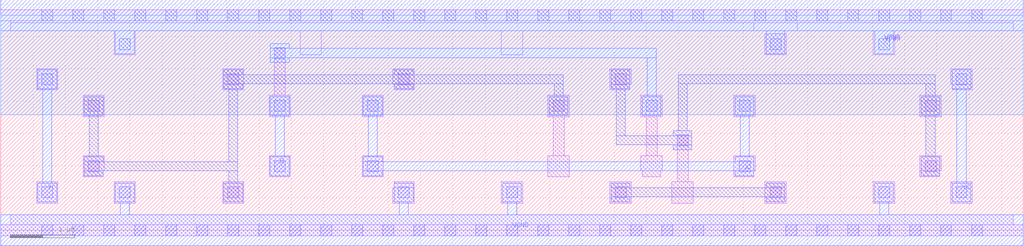
<source format=lef>
VERSION 5.7 ;
  NOWIREEXTENSIONATPIN ON ;
  DIVIDERCHAR "/" ;
  BUSBITCHARS "[]" ;
MACRO HAX1
  CLASS CORE ;
  FOREIGN HAX1 ;
  ORIGIN 0.000 0.000 ;
  SIZE 15.840 BY 3.330 ;
  SYMMETRY X Y ;
  SITE unit ;
  PIN A
    ANTENNAGATEAREA 0.378000 ;
    PORT
      LAYER met1 ;
        RECT 5.615 1.780 5.905 2.070 ;
        RECT 11.375 1.780 11.665 2.070 ;
        RECT 5.690 1.135 5.830 1.780 ;
        RECT 11.450 1.135 11.590 1.780 ;
        RECT 5.615 1.060 5.905 1.135 ;
        RECT 11.375 1.060 11.665 1.135 ;
        RECT 5.615 0.920 11.665 1.060 ;
        RECT 5.615 0.845 5.905 0.920 ;
        RECT 11.375 0.845 11.665 0.920 ;
    END
  END A
  PIN B
    ANTENNAGATEAREA 0.378000 ;
    PORT
      LAYER met1 ;
        RECT 4.175 2.815 4.465 2.890 ;
        RECT 4.175 2.675 10.150 2.815 ;
        RECT 4.175 2.600 4.465 2.675 ;
        RECT 10.010 2.070 10.150 2.675 ;
        RECT 4.175 1.780 4.465 2.070 ;
        RECT 9.935 1.780 10.225 2.070 ;
        RECT 4.250 1.135 4.390 1.780 ;
        RECT 4.175 0.845 4.465 1.135 ;
    END
  END B
  PIN VGND
    ANTENNADIFFAREA 1.408400 ;
    PORT
      LAYER met1 ;
        RECT 1.775 0.440 2.065 0.730 ;
        RECT 6.095 0.440 6.385 0.730 ;
        RECT 7.775 0.440 8.065 0.730 ;
        RECT 13.535 0.440 13.825 0.730 ;
        RECT 1.850 0.240 1.990 0.440 ;
        RECT 6.170 0.240 6.310 0.440 ;
        RECT 7.850 0.240 7.990 0.440 ;
        RECT 13.610 0.240 13.750 0.440 ;
        RECT 0.000 -0.240 15.840 0.240 ;
    END
    PORT
      LAYER met1 ;
        RECT 0.000 3.090 15.840 3.570 ;
        RECT 1.775 2.735 2.065 3.090 ;
        RECT 11.855 2.735 12.145 3.090 ;
        RECT 13.535 2.735 13.825 3.090 ;
    END
  END VGND
  PIN VPWR
    ANTENNADIFFAREA 3.074400 ;
    PORT
      LAYER li1 ;
        RECT 0.000 3.245 15.840 3.415 ;
        RECT 0.155 3.215 15.685 3.245 ;
        RECT 0.155 3.090 11.665 3.215 ;
        RECT 12.335 3.090 15.685 3.215 ;
        RECT 1.755 2.715 2.085 3.090 ;
        RECT 4.635 2.715 4.965 3.090 ;
        RECT 7.755 2.715 8.085 3.090 ;
        RECT 13.515 2.715 13.845 3.090 ;
      LAYER mcon ;
        RECT 0.635 3.245 0.805 3.415 ;
        RECT 1.115 3.245 1.285 3.415 ;
        RECT 1.595 3.245 1.765 3.415 ;
        RECT 2.075 3.245 2.245 3.415 ;
        RECT 2.555 3.245 2.725 3.415 ;
        RECT 3.035 3.245 3.205 3.415 ;
        RECT 3.515 3.245 3.685 3.415 ;
        RECT 3.995 3.245 4.165 3.415 ;
        RECT 4.475 3.245 4.645 3.415 ;
        RECT 4.955 3.245 5.125 3.415 ;
        RECT 5.435 3.245 5.605 3.415 ;
        RECT 5.915 3.245 6.085 3.415 ;
        RECT 6.395 3.245 6.565 3.415 ;
        RECT 6.875 3.245 7.045 3.415 ;
        RECT 7.355 3.245 7.525 3.415 ;
        RECT 7.835 3.245 8.005 3.415 ;
        RECT 8.315 3.245 8.485 3.415 ;
        RECT 8.795 3.245 8.965 3.415 ;
        RECT 9.275 3.245 9.445 3.415 ;
        RECT 9.755 3.245 9.925 3.415 ;
        RECT 10.235 3.245 10.405 3.415 ;
        RECT 10.715 3.245 10.885 3.415 ;
        RECT 11.195 3.245 11.365 3.415 ;
        RECT 11.675 3.245 11.845 3.415 ;
        RECT 12.155 3.245 12.325 3.415 ;
        RECT 12.635 3.245 12.805 3.415 ;
        RECT 13.115 3.245 13.285 3.415 ;
        RECT 13.595 3.245 13.765 3.415 ;
        RECT 14.075 3.245 14.245 3.415 ;
        RECT 14.555 3.245 14.725 3.415 ;
        RECT 15.035 3.245 15.205 3.415 ;
        RECT 1.835 2.795 2.005 2.965 ;
        RECT 13.595 2.795 13.765 2.965 ;
    END
  END VPWR
  PIN YC
    ANTENNADIFFAREA 1.031650 ;
    PORT
      LAYER met1 ;
        RECT 0.575 2.195 0.865 2.485 ;
        RECT 0.650 0.730 0.790 2.195 ;
        RECT 0.575 0.440 0.865 0.730 ;
    END
  END YC
  PIN YS
    ANTENNADIFFAREA 1.031650 ;
    PORT
      LAYER met1 ;
        RECT 14.735 2.195 15.025 2.485 ;
        RECT 14.810 0.730 14.950 2.195 ;
        RECT 14.735 0.440 15.025 0.730 ;
    END
  END YS
  OBS
      LAYER nwell ;
        RECT 0.000 1.790 15.840 3.330 ;
      LAYER li1 ;
        RECT 0.555 2.175 0.885 2.505 ;
        RECT 3.435 2.175 3.765 2.505 ;
        RECT 4.235 2.090 4.405 2.830 ;
        RECT 11.835 2.715 12.165 3.045 ;
        RECT 6.075 2.260 6.405 2.505 ;
        RECT 6.095 2.175 6.405 2.260 ;
        RECT 9.435 2.260 9.765 2.505 ;
        RECT 14.715 2.260 15.045 2.505 ;
        RECT 9.435 2.175 9.745 2.260 ;
        RECT 14.735 2.175 15.045 2.260 ;
        RECT 1.275 1.760 1.605 2.090 ;
        RECT 4.155 1.760 4.485 2.090 ;
        RECT 5.595 1.760 5.925 2.090 ;
        RECT 8.475 1.760 8.805 2.090 ;
        RECT 9.915 1.760 10.245 2.090 ;
        RECT 11.355 1.760 11.685 2.090 ;
        RECT 14.235 1.760 14.565 2.090 ;
        RECT 8.555 1.155 8.725 1.760 ;
        RECT 9.995 1.155 10.165 1.760 ;
        RECT 1.275 0.920 1.605 1.155 ;
        RECT 1.275 0.825 1.585 0.920 ;
        RECT 4.155 0.825 4.485 1.155 ;
        RECT 5.595 0.825 5.925 1.155 ;
        RECT 8.475 0.825 8.805 1.155 ;
        RECT 9.915 0.920 10.245 1.155 ;
        RECT 9.935 0.825 10.225 0.920 ;
        RECT 10.475 0.750 10.645 1.480 ;
        RECT 11.355 0.920 11.685 1.155 ;
        RECT 14.235 0.920 14.565 1.155 ;
        RECT 11.355 0.825 11.665 0.920 ;
        RECT 14.235 0.825 14.545 0.920 ;
        RECT 0.555 0.420 0.885 0.750 ;
        RECT 1.755 0.420 2.085 0.750 ;
        RECT 3.435 0.420 3.765 0.750 ;
        RECT 6.095 0.655 6.405 0.750 ;
        RECT 6.075 0.420 6.405 0.655 ;
        RECT 7.755 0.420 8.085 0.750 ;
        RECT 9.435 0.420 9.765 0.750 ;
        RECT 10.395 0.420 10.725 0.750 ;
        RECT 11.835 0.420 12.165 0.750 ;
        RECT 13.515 0.420 13.845 0.750 ;
        RECT 14.715 0.420 15.045 0.750 ;
        RECT 0.155 0.085 15.685 0.240 ;
        RECT 0.000 -0.085 15.840 0.085 ;
      LAYER mcon ;
        RECT 4.235 2.660 4.405 2.830 ;
        RECT 11.915 2.795 12.085 2.965 ;
        RECT 0.635 2.255 0.805 2.425 ;
        RECT 3.515 2.255 3.685 2.425 ;
        RECT 6.155 2.255 6.325 2.425 ;
        RECT 9.515 2.255 9.685 2.425 ;
        RECT 14.795 2.255 14.965 2.425 ;
        RECT 1.355 1.840 1.525 2.010 ;
        RECT 4.235 1.840 4.405 2.010 ;
        RECT 5.675 1.840 5.845 2.010 ;
        RECT 8.555 1.840 8.725 2.010 ;
        RECT 9.995 1.840 10.165 2.010 ;
        RECT 11.435 1.840 11.605 2.010 ;
        RECT 14.315 1.840 14.485 2.010 ;
        RECT 10.475 1.310 10.645 1.480 ;
        RECT 1.355 0.905 1.525 1.075 ;
        RECT 4.235 0.905 4.405 1.075 ;
        RECT 5.675 0.905 5.845 1.075 ;
        RECT 11.435 0.905 11.605 1.075 ;
        RECT 14.315 0.905 14.485 1.075 ;
        RECT 0.635 0.500 0.805 0.670 ;
        RECT 1.835 0.500 2.005 0.670 ;
        RECT 3.515 0.500 3.685 0.670 ;
        RECT 6.155 0.500 6.325 0.670 ;
        RECT 7.835 0.500 8.005 0.670 ;
        RECT 9.515 0.500 9.685 0.670 ;
        RECT 11.915 0.500 12.085 0.670 ;
        RECT 13.595 0.500 13.765 0.670 ;
        RECT 14.795 0.500 14.965 0.670 ;
        RECT 0.635 -0.085 0.805 0.085 ;
        RECT 1.115 -0.085 1.285 0.085 ;
        RECT 1.595 -0.085 1.765 0.085 ;
        RECT 2.075 -0.085 2.245 0.085 ;
        RECT 2.555 -0.085 2.725 0.085 ;
        RECT 3.035 -0.085 3.205 0.085 ;
        RECT 3.515 -0.085 3.685 0.085 ;
        RECT 3.995 -0.085 4.165 0.085 ;
        RECT 4.475 -0.085 4.645 0.085 ;
        RECT 4.955 -0.085 5.125 0.085 ;
        RECT 5.435 -0.085 5.605 0.085 ;
        RECT 5.915 -0.085 6.085 0.085 ;
        RECT 6.395 -0.085 6.565 0.085 ;
        RECT 6.875 -0.085 7.045 0.085 ;
        RECT 7.355 -0.085 7.525 0.085 ;
        RECT 7.835 -0.085 8.005 0.085 ;
        RECT 8.315 -0.085 8.485 0.085 ;
        RECT 8.795 -0.085 8.965 0.085 ;
        RECT 9.275 -0.085 9.445 0.085 ;
        RECT 9.755 -0.085 9.925 0.085 ;
        RECT 10.235 -0.085 10.405 0.085 ;
        RECT 10.715 -0.085 10.885 0.085 ;
        RECT 11.195 -0.085 11.365 0.085 ;
        RECT 11.675 -0.085 11.845 0.085 ;
        RECT 12.155 -0.085 12.325 0.085 ;
        RECT 12.635 -0.085 12.805 0.085 ;
        RECT 13.115 -0.085 13.285 0.085 ;
        RECT 13.595 -0.085 13.765 0.085 ;
        RECT 14.075 -0.085 14.245 0.085 ;
        RECT 14.555 -0.085 14.725 0.085 ;
        RECT 15.035 -0.085 15.205 0.085 ;
      LAYER met1 ;
        RECT 3.455 2.410 3.745 2.485 ;
        RECT 6.095 2.410 6.385 2.485 ;
        RECT 3.455 2.270 8.710 2.410 ;
        RECT 3.455 2.195 3.745 2.270 ;
        RECT 6.095 2.195 6.385 2.270 ;
        RECT 1.295 1.780 1.585 2.070 ;
        RECT 1.370 1.135 1.510 1.780 ;
        RECT 1.295 1.060 1.585 1.135 ;
        RECT 3.530 1.060 3.670 2.195 ;
        RECT 8.570 2.070 8.710 2.270 ;
        RECT 9.455 2.195 9.745 2.485 ;
        RECT 10.490 2.270 14.470 2.410 ;
        RECT 8.495 1.780 8.785 2.070 ;
        RECT 9.530 1.465 9.670 2.195 ;
        RECT 10.490 1.540 10.630 2.270 ;
        RECT 14.330 2.070 14.470 2.270 ;
        RECT 14.255 1.780 14.545 2.070 ;
        RECT 10.415 1.465 10.705 1.540 ;
        RECT 9.530 1.325 10.705 1.465 ;
        RECT 10.415 1.250 10.705 1.325 ;
        RECT 14.330 1.135 14.470 1.780 ;
        RECT 1.295 0.920 3.670 1.060 ;
        RECT 1.295 0.845 1.585 0.920 ;
        RECT 3.530 0.730 3.670 0.920 ;
        RECT 14.255 0.845 14.545 1.135 ;
        RECT 3.455 0.440 3.745 0.730 ;
        RECT 9.455 0.655 9.745 0.730 ;
        RECT 11.855 0.655 12.145 0.730 ;
        RECT 9.455 0.515 12.145 0.655 ;
        RECT 9.455 0.440 9.745 0.515 ;
        RECT 11.855 0.440 12.145 0.515 ;
  END
END HAX1
END LIBRARY


</source>
